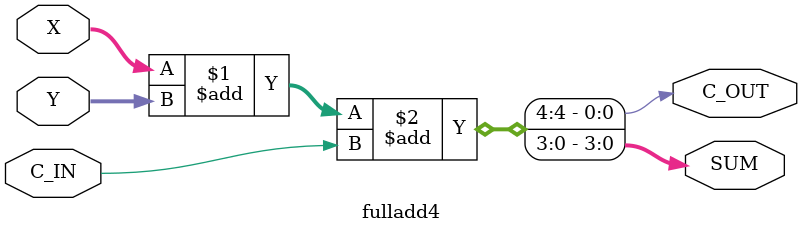
<source format=v>
module fulladd4 (
  // Input, Output port 선언
  output wire [3:0] SUM,
  output wire C_OUT,
  input wire [3:0] X, Y,
  input wire C_IN
);
  // 전가산기의 기능 정의
  assign { C_OUT , SUM } = X + Y + C_IN;
endmodule

</source>
